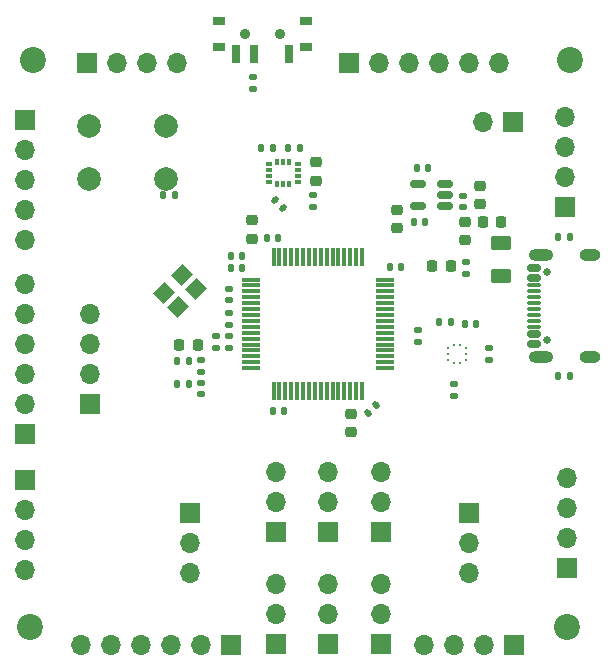
<source format=gbr>
%TF.GenerationSoftware,KiCad,Pcbnew,8.0.9*%
%TF.CreationDate,2025-09-02T19:01:46-04:00*%
%TF.ProjectId,Flight Controlelr,466c6967-6874-4204-936f-6e74726f6c65,rev?*%
%TF.SameCoordinates,Original*%
%TF.FileFunction,Soldermask,Top*%
%TF.FilePolarity,Negative*%
%FSLAX46Y46*%
G04 Gerber Fmt 4.6, Leading zero omitted, Abs format (unit mm)*
G04 Created by KiCad (PCBNEW 8.0.9) date 2025-09-02 19:01:46*
%MOMM*%
%LPD*%
G01*
G04 APERTURE LIST*
G04 Aperture macros list*
%AMRoundRect*
0 Rectangle with rounded corners*
0 $1 Rounding radius*
0 $2 $3 $4 $5 $6 $7 $8 $9 X,Y pos of 4 corners*
0 Add a 4 corners polygon primitive as box body*
4,1,4,$2,$3,$4,$5,$6,$7,$8,$9,$2,$3,0*
0 Add four circle primitives for the rounded corners*
1,1,$1+$1,$2,$3*
1,1,$1+$1,$4,$5*
1,1,$1+$1,$6,$7*
1,1,$1+$1,$8,$9*
0 Add four rect primitives between the rounded corners*
20,1,$1+$1,$2,$3,$4,$5,0*
20,1,$1+$1,$4,$5,$6,$7,0*
20,1,$1+$1,$6,$7,$8,$9,0*
20,1,$1+$1,$8,$9,$2,$3,0*%
%AMRotRect*
0 Rectangle, with rotation*
0 The origin of the aperture is its center*
0 $1 length*
0 $2 width*
0 $3 Rotation angle, in degrees counterclockwise*
0 Add horizontal line*
21,1,$1,$2,0,0,$3*%
G04 Aperture macros list end*
%ADD10C,2.000000*%
%ADD11RoundRect,0.140000X0.140000X0.170000X-0.140000X0.170000X-0.140000X-0.170000X0.140000X-0.170000X0*%
%ADD12RoundRect,0.225000X-0.250000X0.225000X-0.250000X-0.225000X0.250000X-0.225000X0.250000X0.225000X0*%
%ADD13R,1.700000X1.700000*%
%ADD14O,1.700000X1.700000*%
%ADD15RoundRect,0.140000X-0.140000X-0.170000X0.140000X-0.170000X0.140000X0.170000X-0.140000X0.170000X0*%
%ADD16C,2.200000*%
%ADD17RoundRect,0.135000X0.185000X-0.135000X0.185000X0.135000X-0.185000X0.135000X-0.185000X-0.135000X0*%
%ADD18R,1.000000X0.800000*%
%ADD19C,0.900000*%
%ADD20R,0.700000X1.500000*%
%ADD21RoundRect,0.135000X-0.185000X0.135000X-0.185000X-0.135000X0.185000X-0.135000X0.185000X0.135000X0*%
%ADD22R,0.304800X0.533400*%
%ADD23R,0.533400X0.304800*%
%ADD24RoundRect,0.225000X0.250000X-0.225000X0.250000X0.225000X-0.250000X0.225000X-0.250000X-0.225000X0*%
%ADD25RoundRect,0.218750X0.218750X0.256250X-0.218750X0.256250X-0.218750X-0.256250X0.218750X-0.256250X0*%
%ADD26RoundRect,0.075000X-0.075000X-0.700000X0.075000X-0.700000X0.075000X0.700000X-0.075000X0.700000X0*%
%ADD27RoundRect,0.075000X-0.700000X-0.075000X0.700000X-0.075000X0.700000X0.075000X-0.700000X0.075000X0*%
%ADD28RoundRect,0.140000X0.170000X-0.140000X0.170000X0.140000X-0.170000X0.140000X-0.170000X-0.140000X0*%
%ADD29RoundRect,0.135000X-0.135000X-0.185000X0.135000X-0.185000X0.135000X0.185000X-0.135000X0.185000X0*%
%ADD30RoundRect,0.250000X-0.625000X0.375000X-0.625000X-0.375000X0.625000X-0.375000X0.625000X0.375000X0*%
%ADD31RoundRect,0.218750X-0.256250X0.218750X-0.256250X-0.218750X0.256250X-0.218750X0.256250X0.218750X0*%
%ADD32R,0.275000X0.250000*%
%ADD33R,0.250000X0.275000*%
%ADD34O,1.800000X1.000000*%
%ADD35O,2.100000X1.000000*%
%ADD36RoundRect,0.150000X0.425000X-0.150000X0.425000X0.150000X-0.425000X0.150000X-0.425000X-0.150000X0*%
%ADD37RoundRect,0.075000X0.500000X-0.075000X0.500000X0.075000X-0.500000X0.075000X-0.500000X-0.075000X0*%
%ADD38C,0.650000*%
%ADD39RoundRect,0.140000X-0.170000X0.140000X-0.170000X-0.140000X0.170000X-0.140000X0.170000X0.140000X0*%
%ADD40RoundRect,0.140000X-0.021213X0.219203X-0.219203X0.021213X0.021213X-0.219203X0.219203X-0.021213X0*%
%ADD41RotRect,1.400000X1.200000X225.000000*%
%ADD42RoundRect,0.150000X0.512500X0.150000X-0.512500X0.150000X-0.512500X-0.150000X0.512500X-0.150000X0*%
%ADD43RoundRect,0.218750X-0.218750X-0.256250X0.218750X-0.256250X0.218750X0.256250X-0.218750X0.256250X0*%
%ADD44RoundRect,0.135000X0.135000X0.185000X-0.135000X0.185000X-0.135000X-0.185000X0.135000X-0.185000X0*%
%ADD45RoundRect,0.140000X-0.219203X-0.021213X-0.021213X-0.219203X0.219203X0.021213X0.021213X0.219203X0*%
G04 APERTURE END LIST*
D10*
%TO.C,SW1*%
X131357100Y-97926100D03*
X124857100Y-97926100D03*
X131357100Y-93426100D03*
X124857100Y-93426100D03*
%TD*%
D11*
%TO.C,C14*%
X136909100Y-104499100D03*
X137869100Y-104499100D03*
%TD*%
D12*
%TO.C,C30*%
X150978100Y-102112100D03*
X150978100Y-100562100D03*
%TD*%
D13*
%TO.C,J1*%
X146914100Y-88116100D03*
D14*
X149454100Y-88116100D03*
X151994099Y-88116100D03*
X154534100Y-88116100D03*
X157074100Y-88116100D03*
X159614100Y-88116100D03*
%TD*%
D15*
%TO.C,C10*%
X157653100Y-110222100D03*
X156693100Y-110222100D03*
%TD*%
D16*
%TO.C,H1*%
X120117100Y-87862100D03*
%TD*%
D17*
%TO.C,R6*%
X152756100Y-110720101D03*
X152756100Y-111740099D03*
%TD*%
D14*
%TO.C,J7*%
X165354100Y-123305100D03*
X165354100Y-125845101D03*
X165354100Y-128385100D03*
D13*
X165354100Y-130925100D03*
%TD*%
D18*
%TO.C,SW2*%
X143222100Y-86750100D03*
X143222100Y-84540100D03*
D19*
X141072100Y-85640100D03*
X138072100Y-85640100D03*
D18*
X135922100Y-86750100D03*
X135922100Y-84540100D03*
D20*
X141822100Y-87400100D03*
X138822100Y-87400100D03*
X137322100Y-87400100D03*
%TD*%
D14*
%TO.C,J13*%
X140691100Y-132272101D03*
X140691100Y-134812100D03*
D13*
X140691100Y-137352100D03*
%TD*%
D12*
%TO.C,C20*%
X147041100Y-119384100D03*
X147041100Y-117834100D03*
%TD*%
D16*
%TO.C,H4*%
X165329100Y-135868100D03*
%TD*%
D21*
%TO.C,R7*%
X138786100Y-89290100D03*
X138786100Y-90310098D03*
%TD*%
D22*
%TO.C,MT1*%
X140826101Y-96498100D03*
X141326100Y-96498100D03*
X141826099Y-96498100D03*
D23*
X142532600Y-96700599D03*
X142532600Y-97200600D03*
X142532600Y-97700600D03*
X142532600Y-98200601D03*
D22*
X141826099Y-98403100D03*
X141326100Y-98403100D03*
X140826101Y-98403100D03*
D23*
X140119600Y-98200601D03*
X140119600Y-97700600D03*
X140119600Y-97200600D03*
X140119600Y-96700599D03*
%TD*%
D15*
%TO.C,C31*%
X153337700Y-101578100D03*
X152377700Y-101578100D03*
%TD*%
D14*
%TO.C,J21*%
X157074100Y-131311100D03*
X157074100Y-128771100D03*
D13*
X157074100Y-126231100D03*
%TD*%
D14*
%TO.C,J22*%
X133452100Y-131311100D03*
X133452100Y-128771100D03*
D13*
X133452100Y-126231100D03*
%TD*%
D16*
%TO.C,H2*%
X165583100Y-87862100D03*
%TD*%
D14*
%TO.C,J9*%
X145136100Y-122772101D03*
X145136100Y-125312100D03*
D13*
X145136100Y-127852100D03*
%TD*%
D24*
%TO.C,C1*%
X144120100Y-96548600D03*
X144120100Y-98098600D03*
%TD*%
D25*
%TO.C,D1*%
X153924399Y-105311900D03*
X155499401Y-105311900D03*
%TD*%
D26*
%TO.C,U1*%
X140497100Y-104539100D03*
X140997100Y-104539100D03*
X141497100Y-104539100D03*
X141997100Y-104539100D03*
X142497100Y-104539100D03*
X142997100Y-104539100D03*
X143497100Y-104539100D03*
X143997100Y-104539100D03*
X144497100Y-104539100D03*
X144997100Y-104539100D03*
X145497100Y-104539100D03*
X145997100Y-104539100D03*
X146497100Y-104539100D03*
X146997100Y-104539100D03*
X147497100Y-104539100D03*
X147997100Y-104539100D03*
D27*
X149922100Y-106464100D03*
X149922100Y-106964100D03*
X149922100Y-107464100D03*
X149922100Y-107964100D03*
X149922100Y-108464100D03*
X149922100Y-108964100D03*
X149922100Y-109464100D03*
X149922100Y-109964100D03*
X149922100Y-110464100D03*
X149922100Y-110964100D03*
X149922100Y-111464100D03*
X149922100Y-111964100D03*
X149922100Y-112464100D03*
X149922100Y-112964100D03*
X149922100Y-113464100D03*
X149922100Y-113964100D03*
D26*
X147997100Y-115889100D03*
X147497100Y-115889100D03*
X146997100Y-115889100D03*
X146497100Y-115889100D03*
X145997100Y-115889100D03*
X145497100Y-115889100D03*
X144997100Y-115889100D03*
X144497100Y-115889100D03*
X143997100Y-115889100D03*
X143497100Y-115889100D03*
X142997100Y-115889100D03*
X142497100Y-115889100D03*
X141997100Y-115889100D03*
X141497100Y-115889100D03*
X140997100Y-115889100D03*
X140497100Y-115889100D03*
D27*
X138572100Y-113964100D03*
X138572100Y-113464100D03*
X138572100Y-112964100D03*
X138572100Y-112464100D03*
X138572100Y-111964100D03*
X138572100Y-111464100D03*
X138572100Y-110964100D03*
X138572100Y-110464100D03*
X138572100Y-109964100D03*
X138572100Y-109464100D03*
X138572100Y-108964100D03*
X138572100Y-108464100D03*
X138572100Y-107964100D03*
X138572100Y-107464100D03*
X138572100Y-106964100D03*
X138572100Y-106464100D03*
%TD*%
D28*
%TO.C,C17*%
X135611100Y-111258100D03*
X135611100Y-112218100D03*
%TD*%
D29*
%TO.C,R2*%
X140437100Y-95291600D03*
X139417102Y-95291600D03*
%TD*%
D13*
%TO.C,J4*%
X124689100Y-88116100D03*
D14*
X127229100Y-88116100D03*
X129769099Y-88116100D03*
X132309100Y-88116100D03*
%TD*%
%TO.C,J8*%
X140691100Y-122772101D03*
X140691100Y-125312100D03*
D13*
X140691100Y-127852100D03*
%TD*%
D30*
%TO.C,F3*%
X159741100Y-106153099D03*
X159741100Y-103353101D03*
%TD*%
D14*
%TO.C,J6*%
X119482100Y-131052100D03*
X119482100Y-128512100D03*
X119482100Y-125972100D03*
D13*
X119482100Y-123432100D03*
%TD*%
D14*
%TO.C,J2*%
X119432100Y-106862100D03*
X119432100Y-109402100D03*
X119432100Y-111942100D03*
X119432100Y-114482101D03*
X119432100Y-117022100D03*
D13*
X119432100Y-119562100D03*
%TD*%
D28*
%TO.C,C26*%
X156566100Y-99348100D03*
X156566100Y-100308100D03*
%TD*%
D11*
%TO.C,C28*%
X131166100Y-99292100D03*
X132126100Y-99292100D03*
%TD*%
D14*
%TO.C,J17*%
X124181100Y-137402100D03*
X126721100Y-137402100D03*
X129261100Y-137402100D03*
X131801101Y-137402100D03*
X134341100Y-137402100D03*
D13*
X136881100Y-137402100D03*
%TD*%
D11*
%TO.C,C7*%
X140465100Y-117580100D03*
X141425100Y-117580100D03*
%TD*%
D29*
%TO.C,R12*%
X165585100Y-102848100D03*
X164565100Y-102848100D03*
%TD*%
D16*
%TO.C,H3*%
X119863100Y-135868100D03*
%TD*%
D21*
%TO.C,R13*%
X156820100Y-106027098D03*
X156820100Y-105007100D03*
%TD*%
D31*
%TO.C,D8*%
X156693100Y-103127601D03*
X156693100Y-101552599D03*
%TD*%
D28*
%TO.C,C22*%
X136754100Y-107222100D03*
X136754100Y-108182100D03*
%TD*%
%TO.C,C4*%
X134341100Y-113290100D03*
X134341100Y-114250100D03*
%TD*%
D32*
%TO.C,U6*%
X156820100Y-112262100D03*
X156820100Y-112762100D03*
X156820100Y-113262100D03*
D33*
X156308100Y-113525100D03*
X155808100Y-113525100D03*
D32*
X155296100Y-113262100D03*
X155296100Y-112762100D03*
X155296100Y-112262100D03*
D33*
X155808100Y-111999100D03*
X156308100Y-111999100D03*
%TD*%
D28*
%TO.C,C18*%
X136754100Y-111258100D03*
X136754100Y-112218100D03*
%TD*%
D34*
%TO.C,J23*%
X167329100Y-104391500D03*
D35*
X163149100Y-104391500D03*
D34*
X167329100Y-113031500D03*
D35*
X163149100Y-113031500D03*
D36*
X162574100Y-111911500D03*
X162574100Y-111111500D03*
D37*
X162574100Y-110461500D03*
X162574100Y-109461500D03*
X162574100Y-107961500D03*
X162574100Y-106961500D03*
D36*
X162574100Y-106311500D03*
X162574100Y-105511500D03*
X162574100Y-105511500D03*
X162574100Y-106311500D03*
D37*
X162574101Y-107461500D03*
X162574100Y-108461500D03*
X162574100Y-108961500D03*
X162574101Y-109961500D03*
D36*
X162574100Y-111111500D03*
X162574100Y-111911500D03*
D38*
X163649100Y-105821500D03*
X163649100Y-111601500D03*
%TD*%
D39*
%TO.C,C2*%
X143866100Y-100280100D03*
X143866100Y-99320100D03*
%TD*%
D40*
%TO.C,C16*%
X148521278Y-117750922D03*
X149200100Y-117072100D03*
%TD*%
D15*
%TO.C,C15*%
X140917100Y-102975100D03*
X139957100Y-102975100D03*
%TD*%
D41*
%TO.C,Y1*%
X133941958Y-107243323D03*
X132386323Y-108798958D03*
X131184242Y-107596877D03*
X132739877Y-106041242D03*
%TD*%
D42*
%TO.C,U4*%
X152761600Y-100242099D03*
X152761600Y-98342101D03*
X155036600Y-98342101D03*
X155036600Y-99292100D03*
X155036600Y-100242099D03*
%TD*%
D43*
%TO.C,D7*%
X159792100Y-101578100D03*
X158217100Y-101578100D03*
%TD*%
%TO.C,FB1*%
X134112600Y-111992100D03*
X132537600Y-111992100D03*
%TD*%
D39*
%TO.C,C9*%
X158725100Y-113234100D03*
X158725100Y-112274100D03*
%TD*%
D29*
%TO.C,R11*%
X165585100Y-114659100D03*
X164565100Y-114659100D03*
%TD*%
D24*
%TO.C,C27*%
X157963100Y-98504100D03*
X157963100Y-100054100D03*
%TD*%
D14*
%TO.C,J5*%
X124918100Y-109417100D03*
X124918100Y-111957101D03*
X124918100Y-114497100D03*
D13*
X124918100Y-117037100D03*
%TD*%
D15*
%TO.C,C6*%
X151303100Y-105388100D03*
X150343100Y-105388100D03*
%TD*%
D14*
%TO.C,J11*%
X158197100Y-93094100D03*
D13*
X160737100Y-93094100D03*
%TD*%
D24*
%TO.C,C13*%
X138659100Y-101438100D03*
X138659100Y-102988100D03*
%TD*%
D15*
%TO.C,C21*%
X137869100Y-105515100D03*
X136909100Y-105515100D03*
%TD*%
D44*
%TO.C,R1*%
X141707100Y-95291600D03*
X142727098Y-95291600D03*
%TD*%
D45*
%TO.C,C3*%
X141326100Y-100435100D03*
X140647278Y-99756278D03*
%TD*%
D14*
%TO.C,J3*%
X165202100Y-92688100D03*
X165202100Y-95228101D03*
X165202100Y-97768100D03*
D13*
X165202100Y-100308100D03*
%TD*%
D28*
%TO.C,C5*%
X134341100Y-115195100D03*
X134341100Y-116155100D03*
%TD*%
D29*
%TO.C,R4*%
X133325100Y-115294100D03*
X132305102Y-115294100D03*
%TD*%
D15*
%TO.C,C29*%
X153617100Y-97006100D03*
X152657100Y-97006100D03*
%TD*%
D14*
%TO.C,J10*%
X119482100Y-103102100D03*
X119482100Y-100562100D03*
X119482100Y-98022100D03*
X119482100Y-95482100D03*
D13*
X119482100Y-92942100D03*
%TD*%
D14*
%TO.C,J14*%
X149581100Y-132272101D03*
X149581100Y-134812100D03*
D13*
X149581100Y-137352100D03*
%TD*%
D21*
%TO.C,R9*%
X155804100Y-116312099D03*
X155804100Y-115292101D03*
%TD*%
D44*
%TO.C,R5*%
X154534100Y-110087100D03*
X155554098Y-110087100D03*
%TD*%
D29*
%TO.C,R3*%
X133327100Y-113389100D03*
X132307100Y-113389100D03*
%TD*%
D14*
%TO.C,J15*%
X149581100Y-122757101D03*
X149581100Y-125297100D03*
D13*
X149581100Y-127837100D03*
%TD*%
D14*
%TO.C,J18*%
X153264100Y-137402100D03*
X155804101Y-137402100D03*
X158344100Y-137402100D03*
D13*
X160884100Y-137402100D03*
%TD*%
D39*
%TO.C,C23*%
X136754100Y-110285100D03*
X136754100Y-109325100D03*
%TD*%
D14*
%TO.C,J12*%
X145136100Y-132272101D03*
X145136100Y-134812100D03*
D13*
X145136100Y-137352100D03*
%TD*%
M02*

</source>
